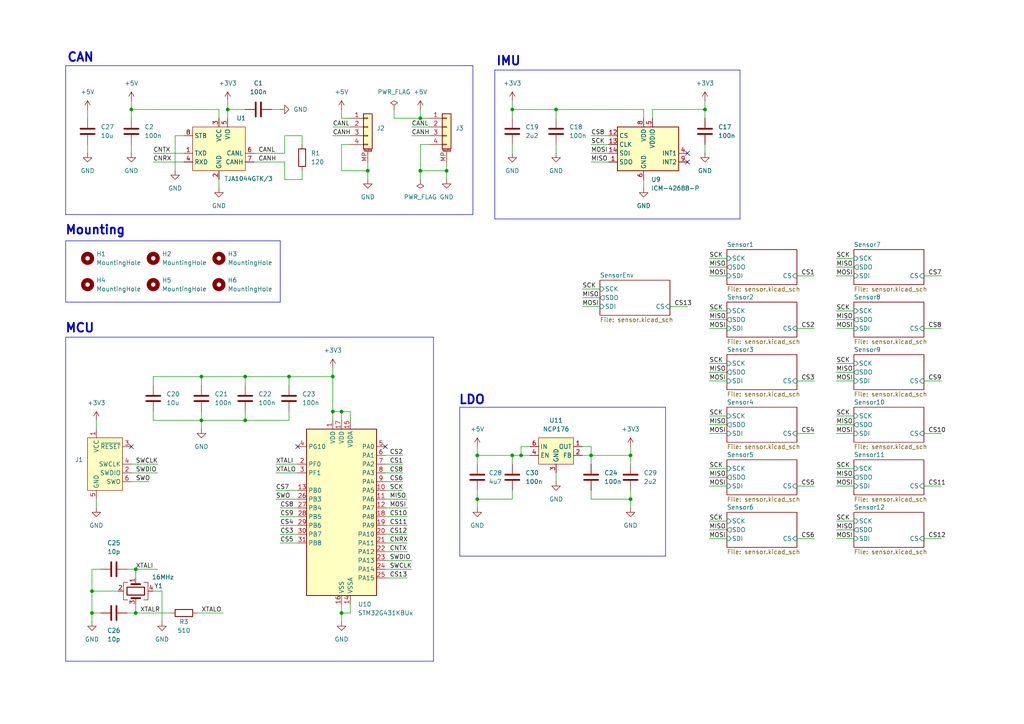
<source format=kicad_sch>
(kicad_sch (version 20231120) (generator "eeschema") (generator_version "8.0")
  (paper "A4")
  (lib_symbols
    (symbol "Connector:Conn_ARM_SWD_TagConnect_TC2030-NL" (in_bom no)
      (property "Reference" "J" (at 2.54 11.43 0))
      (property "Value" "Conn_ARM_SWD_TagConnect_TC2030-NL" (at 2.54 8.89 0))
      (symbol "Conn_ARM_SWD_TagConnect_TC2030-NL_0_0"
        (pin power_in line (at -2.54 10.16 270) (length 2.54) (name "VCC") (number "1"))
        (pin bidirectional line (at 7.62 -2.54 180) (length 2.54) (name "SWDIO") (number "2"))
        (pin open_collector line (at 7.62 5.08 180) (length 2.54) (name "~{RESET}") (number "3"))
        (pin output line (at 7.62 0 180) (length 2.54) (name "SWCLK") (number "4"))
        (pin power_in line (at -2.54 -10.16 90) (length 2.54) (name "GND") (number "5"))
        (pin input line (at 7.62 -5.08 180) (length 2.54) (name "SWO") (number "6"))
      )
    )
    (symbol "Connector_Generic_MountingPin:Conn_01x04_MountingPin" (pin_names (offset 1.016) hide)
      (property "Reference" "J" (at 0 5.08 0))
      (property "Value" "Conn_01x04_MountingPin" (at 1.27 -7.62 0))
      (symbol "Conn_01x04_MountingPin_1_1"
        (text "Mounting" (at 0 -6.731 0) (effects (font (size 0.381 0.381))))
        (pin passive line (at -5.08 2.54 0) (length 3.81) (name "Pin_1") (number "1"))
        (pin passive line (at -5.08 0 0) (length 3.81) (name "Pin_2") (number "2"))
        (pin passive line (at -5.08 -2.54 0) (length 3.81) (name "Pin_3") (number "3"))
        (pin passive line (at -5.08 -5.08 0) (length 3.81) (name "Pin_4") (number "4"))
        (pin passive line (at 0 -10.16 90) (length 3.048) (name "MountPin") (number "MP"))
      )
    )
    (symbol "Device:C" (pin_numbers hide) (pin_names (offset 0.254))
      (property "Reference" "C" (at 0.635 2.54 0))
      (property "Value" "C" (at 0.635 -2.54 0))
      (symbol "C_1_1"
        (pin passive line (at 0 3.81 270) (length 2.794) (name "~") (number "1"))
        (pin passive line (at 0 -3.81 90) (length 2.794) (name "~") (number "2"))
      )
    )
    (symbol "Device:Crystal_GND24" (pin_names (offset 1.016) hide)
      (property "Reference" "Y" (at 3.175 5.08 0))
      (property "Value" "Crystal_GND24" (at 3.175 3.175 0))
      (symbol "Crystal_GND24_1_1"
        (pin passive line (at -3.81 0 0) (length 1.27) (name "1") (number "1"))
        (pin passive line (at 0 5.08 270) (length 1.27) (name "2") (number "2"))
        (pin passive line (at 3.81 0 180) (length 1.27) (name "3") (number "3"))
        (pin passive line (at 0 -5.08 90) (length 1.27) (name "4") (number "4"))
      )
    )
    (symbol "Device:R" (pin_numbers hide) (pin_names (offset 0))
      (property "Reference" "R" (at 2.032 0 90))
      (property "Value" "R" (at 0 0 90))
      (symbol "R_1_1"
        (pin passive line (at 0 3.81 270) (length 1.27) (name "~") (number "1"))
        (pin passive line (at 0 -3.81 90) (length 1.27) (name "~") (number "2"))
      )
    )
    (symbol "GND_1" (power) (pin_numbers hide) (pin_names (offset 0) hide)
      (property "Value" "GND" (at 0 -3.81 0))
      (symbol "GND_1_1_1"
        (pin power_in line (at 0 0 270) (length 0) (name "~") (number "1"))
      )
    )
    (symbol "GND_14" (power) (pin_numbers hide) (pin_names (offset 0) hide)
      (property "Value" "GND" (at 0 -3.81 0))
      (symbol "GND_14_1_1"
        (pin power_in line (at 0 0 270) (length 0) (name "~") (number "1"))
      )
    )
    (symbol "GND_2" (power) (pin_numbers hide) (pin_names (offset 0) hide)
      (property "Value" "GND" (at 0 -3.81 0))
      (symbol "GND_2_1_1"
        (pin power_in line (at 0 0 270) (length 0) (name "~") (number "1"))
      )
    )
    (symbol "GND_3" (power) (pin_numbers hide) (pin_names (offset 0) hide)
      (property "Value" "GND" (at 0 -3.81 0))
      (symbol "GND_3_1_1"
        (pin power_in line (at 0 0 270) (length 0) (name "~") (number "1"))
      )
    )
    (symbol "GND_4" (power) (pin_numbers hide) (pin_names (offset 0) hide)
      (property "Value" "GND" (at 0 -3.81 0))
      (symbol "GND_4_1_1"
        (pin power_in line (at 0 0 270) (length 0) (name "~") (number "1"))
      )
    )
    (symbol "MCU_ST_STM32G4:STM32G431KBUx"
      (property "Reference" "U" (at -10.16 26.67 0))
      (property "Value" "STM32G431KBUx" (at 5.08 26.67 0))
      (symbol "STM32G431KBUx_1_1"
        (pin power_in line (at -2.54 27.94 270) (length 2.54) (name "VDD") (number "1"))
        (pin bidirectional line (at 12.7 7.62 180) (length 2.54) (name "PA5") (number "10"))
        (pin bidirectional line (at 12.7 5.08 180) (length 2.54) (name "PA6") (number "11"))
        (pin bidirectional line (at 12.7 2.54 180) (length 2.54) (name "PA7") (number "12"))
        (pin bidirectional line (at -12.7 7.62 0) (length 2.54) (name "PB0") (number "13"))
        (pin power_in line (at 2.54 -25.4 90) (length 2.54) (name "VSSA") (number "14"))
        (pin power_in line (at 2.54 27.94 270) (length 2.54) (name "VDDA") (number "15"))
        (pin power_in line (at 0 -25.4 90) (length 2.54) (name "VSS") (number "16"))
        (pin power_in line (at 0 27.94 270) (length 2.54) (name "VDD") (number "17"))
        (pin bidirectional line (at 12.7 0 180) (length 2.54) (name "PA8") (number "18"))
        (pin bidirectional line (at 12.7 -2.54 180) (length 2.54) (name "PA9") (number "19"))
        (pin bidirectional line (at -12.7 15.24 0) (length 2.54) (name "PF0") (number "2"))
        (pin bidirectional line (at 12.7 -5.08 180) (length 2.54) (name "PA10") (number "20"))
        (pin bidirectional line (at 12.7 -7.62 180) (length 2.54) (name "PA11") (number "21"))
        (pin bidirectional line (at 12.7 -10.16 180) (length 2.54) (name "PA12") (number "22"))
        (pin bidirectional line (at 12.7 -12.7 180) (length 2.54) (name "PA13") (number "23"))
        (pin bidirectional line (at 12.7 -15.24 180) (length 2.54) (name "PA14") (number "24"))
        (pin bidirectional line (at 12.7 -17.78 180) (length 2.54) (name "PA15") (number "25"))
        (pin bidirectional line (at -12.7 5.08 0) (length 2.54) (name "PB3") (number "26"))
        (pin bidirectional line (at -12.7 2.54 0) (length 2.54) (name "PB4") (number "27"))
        (pin bidirectional line (at -12.7 0 0) (length 2.54) (name "PB5") (number "28"))
        (pin bidirectional line (at -12.7 -2.54 0) (length 2.54) (name "PB6") (number "29"))
        (pin bidirectional line (at -12.7 12.7 0) (length 2.54) (name "PF1") (number "3"))
        (pin bidirectional line (at -12.7 -5.08 0) (length 2.54) (name "PB7") (number "30"))
        (pin bidirectional line (at -12.7 -7.62 0) (length 2.54) (name "PB8") (number "31"))
        (pin passive line (at 0 -25.4 90) (length 2.54) hide (name "VSS") (number "32"))
        (pin passive line (at 0 -25.4 90) (length 2.54) hide (name "VSS") (number "33"))
        (pin bidirectional line (at -12.7 20.32 0) (length 2.54) (name "PG10") (number "4"))
        (pin bidirectional line (at 12.7 20.32 180) (length 2.54) (name "PA0") (number "5"))
        (pin bidirectional line (at 12.7 17.78 180) (length 2.54) (name "PA1") (number "6"))
        (pin bidirectional line (at 12.7 15.24 180) (length 2.54) (name "PA2") (number "7"))
        (pin bidirectional line (at 12.7 12.7 180) (length 2.54) (name "PA3") (number "8"))
        (pin bidirectional line (at 12.7 10.16 180) (length 2.54) (name "PA4") (number "9"))
      )
    )
    (symbol "Mechanical:MountingHole" (pin_names (offset 1.016)) (exclude_from_sim yes) (in_bom no)
      (property "Reference" "H" (at 0 5.08 0))
      (property "Value" "MountingHole" (at 0 3.175 0))
    )
    (symbol "User_Symbols:ICM-42688-P"
      (property "Reference" "U" (at 1.27 1.27 0))
      (property "Value" "ICM-42688-P" (at 19.05 1.27 0))
      (symbol "ICM-42688-P_1_1"
        (pin output line (at -2.54 -10.16 0) (length 2.54) (name "SDO") (number "1"))
        (pin no_connect line (at 20.32 -3.81 180) (length 2.54) hide (name "RESV") (number "10"))
        (pin passive line (at 7.62 -15.24 90) (length 2.54) hide (name "RESV") (number "11"))
        (pin input line (at -2.54 -2.54 0) (length 2.54) (name "CS") (number "12"))
        (pin input line (at -2.54 -5.08 0) (length 2.54) (name "CLK") (number "13"))
        (pin input line (at -2.54 -7.62 0) (length 2.54) (name "SDI") (number "14"))
        (pin no_connect line (at 20.32 -1.27 180) (length 2.54) hide (name "RESV") (number "2"))
        (pin no_connect line (at 20.32 -2.54 180) (length 2.54) hide (name "RESV") (number "3"))
        (pin output line (at 20.32 -7.62 180) (length 2.54) (name "INT1") (number "4"))
        (pin power_in line (at 10.16 2.54 270) (length 2.54) (name "VDDIO") (number "5"))
        (pin power_in line (at 7.62 -15.24 90) (length 2.54) (name "GND") (number "6"))
        (pin passive line (at 7.62 -15.24 90) (length 2.54) hide (name "RESV") (number "7"))
        (pin power_in line (at 7.62 2.54 270) (length 2.54) (name "VDD") (number "8"))
        (pin output line (at 20.32 -10.16 180) (length 2.54) (name "INT2") (number "9"))
      )
    )
    (symbol "User_Symbols:NCP176"
      (property "Reference" "U" (at -4.572 4.064 0))
      (property "Value" "NCP176" (at 1.778 4.064 0))
      (symbol "NCP176_1_1"
        (pin power_out line (at 7.62 0 180) (length 2.54) (name "OUT") (number "1"))
        (pin input line (at 7.62 -2.54 180) (length 2.54) (name "FB") (number "2"))
        (pin power_in line (at 0 -7.62 90) (length 2.54) (name "GND") (number "3"))
        (pin input line (at -7.62 -2.54 0) (length 2.54) (name "EN") (number "4"))
        (pin no_connect line (at 0 5.08 270) (length 2.54) hide (name "NC") (number "5"))
        (pin power_in line (at -7.62 0 0) (length 2.54) (name "IN") (number "6"))
        (pin passive line (at 0 -7.62 90) (length 2.54) hide (name "EPAD") (number "7"))
      )
    )
    (symbol "User_Symbols:TJA1044GTK/3"
      (property "Reference" "U" (at 13.462 2.286 0))
      (property "Value" "TJA1044GTK/3" (at -2.54 2.286 0))
      (symbol "TJA1044GTK/3_1_1"
        (pin input line (at -2.54 -7.62 0) (length 2.54) (name "TXD") (number "1"))
        (pin power_in line (at 7.62 -15.24 90) (length 2.54) (name "GND") (number "2"))
        (pin power_in line (at 7.62 2.54 270) (length 2.54) (name "VCC") (number "3"))
        (pin output line (at -2.54 -10.16 0) (length 2.54) (name "RXD") (number "4"))
        (pin power_in line (at 10.16 2.54 270) (length 2.54) (name "VIO") (number "5"))
        (pin bidirectional line (at 17.78 -7.62 180) (length 2.54) (name "CANL") (number "6"))
        (pin bidirectional line (at 17.78 -10.16 180) (length 2.54) (name "CANH") (number "7"))
        (pin input line (at -2.54 -2.54 0) (length 2.54) (name "STB") (number "8"))
        (pin passive line (at 7.62 -15.24 90) (length 2.54) hide (name "EPAD") (number "9"))
      )
    )
    (symbol "VBUS_3" (power) (pin_numbers hide) (pin_names (offset 0) hide)
      (property "Value" "VBUS" (at 0 3.556 0))
      (symbol "VBUS_3_1_1"
        (pin power_in line (at 0 0 90) (length 0) (name "~") (number "1"))
      )
    )
    (symbol "power:+3V3" (power) (pin_numbers hide) (pin_names (offset 0) hide)
      (property "Value" "+3V3" (at 0 3.556 0))
      (symbol "+3V3_1_1"
        (pin power_in line (at 0 0 90) (length 0) (name "~") (number "1"))
      )
    )
    (symbol "power:+5V" (power) (pin_numbers hide) (pin_names (offset 0) hide)
      (property "Value" "+5V" (at 0 3.556 0))
      (symbol "+5V_1_1"
        (pin power_in line (at 0 0 90) (length 0) (name "~") (number "1"))
      )
    )
    (symbol "power:GND" (power) (pin_numbers hide) (pin_names (offset 0) hide)
      (property "Value" "GND" (at 0 -3.81 0))
      (symbol "GND_1_1"
        (pin power_in line (at 0 0 270) (length 0) (name "~") (number "1"))
      )
    )
    (symbol "power:PWR_FLAG" (power) (pin_numbers hide) (pin_names (offset 0) hide)
      (property "Value" "PWR_FLAG" (at 0 3.81 0))
      (symbol "PWR_FLAG_0_0"
        (pin power_out line (at 0 0 90) (length 0) (name "~") (number "1"))
      )
    )
  )
  (junction (at 151.13 132.08))
  (junction (at 39.37 165.1))
  (junction (at 58.42 109.22))
  (junction (at 39.37 177.8))
  (junction (at 71.12 109.22))
  (junction (at 83.82 109.22))
  (junction (at 99.06 119.38))
  (junction (at 26.67 171.45))
  (junction (at 182.88 132.08))
  (junction (at 138.43 132.08))
  (junction (at 121.92 34.29))
  (junction (at 38.1 31.75))
  (junction (at 161.29 31.75))
  (junction (at 204.47 31.75))
  (junction (at 71.12 121.92))
  (junction (at 148.59 31.75))
  (junction (at 26.67 177.8))
  (junction (at 96.52 109.22))
  (junction (at 148.59 132.08))
  (junction (at 58.42 121.92))
  (junction (at 171.45 132.08))
  (junction (at 182.88 144.78))
  (junction (at 138.43 144.78))
  (junction (at 106.68 49.53))
  (junction (at 66.04 31.75))
  (junction (at 96.52 119.38))
  (junction (at 99.06 177.8))
  (junction (at 121.92 49.53))
  (junction (at 129.54 49.53))
  (no_connect (at 111.76 129.54))
  (no_connect (at 199.39 44.45))
  (no_connect (at 86.36 129.54))
  (no_connect (at 38.1 129.54))
  (no_connect (at 199.39 46.99))
  (polyline (pts (xy 193.04 118.11) (xy 133.35 118.11)))
  (wire (pts (xy 58.42 121.92) (xy 58.42 124.46)))
  (wire (pts (xy 99.06 31.75) (xy 99.06 34.29)))
  (polyline (pts (xy 143.51 20.32) (xy 148.59 20.32)))
  (wire (pts (xy 111.76 167.64) (xy 118.11 167.64)))
  (wire (pts (xy 242.57 151.13) (xy 247.65 151.13)))
  (wire (pts (xy 99.06 119.38) (xy 101.6 119.38)))
  (wire (pts (xy 81.28 154.94) (xy 86.36 154.94)))
  (wire (pts (xy 39.37 177.8) (xy 49.53 177.8)))
  (wire (pts (xy 96.52 106.68) (xy 96.52 109.22)))
  (wire (pts (xy 242.57 138.43) (xy 247.65 138.43)))
  (wire (pts (xy 80.01 144.78) (xy 86.36 144.78)))
  (wire (pts (xy 121.92 52.07) (xy 121.92 49.53)))
  (polyline (pts (xy 81.28 87.63) (xy 81.28 69.85)))
  (wire (pts (xy 171.45 41.91) (xy 176.53 41.91)))
  (wire (pts (xy 87.63 39.37) (xy 87.63 41.91)))
  (wire (pts (xy 50.8 39.37) (xy 53.34 39.37)))
  (wire (pts (xy 101.6 177.8) (xy 101.6 175.26)))
  (wire (pts (xy 148.59 132.08) (xy 148.59 134.62)))
  (polyline (pts (xy 214.63 63.5) (xy 143.51 63.5)))
  (wire (pts (xy 25.4 31.75) (xy 25.4 34.29)))
  (wire (pts (xy 111.76 139.7) (xy 116.84 139.7)))
  (wire (pts (xy 83.82 109.22) (xy 83.82 111.76)))
  (wire (pts (xy 171.45 132.08) (xy 171.45 129.54)))
  (wire (pts (xy 205.74 77.47) (xy 210.82 77.47)))
  (wire (pts (xy 182.88 142.24) (xy 182.88 144.78)))
  (wire (pts (xy 205.74 110.49) (xy 210.82 110.49)))
  (wire (pts (xy 39.37 175.26) (xy 39.37 177.8)))
  (wire (pts (xy 242.57 92.71) (xy 247.65 92.71)))
  (wire (pts (xy 73.66 44.45) (xy 82.55 44.45)))
  (wire (pts (xy 182.88 144.78) (xy 182.88 147.32)))
  (polyline (pts (xy 19.05 191.77) (xy 125.73 191.77)))
  (wire (pts (xy 80.01 142.24) (xy 86.36 142.24)))
  (wire (pts (xy 57.15 177.8) (xy 64.77 177.8)))
  (wire (pts (xy 83.82 109.22) (xy 96.52 109.22)))
  (wire (pts (xy 87.63 49.53) (xy 87.63 52.07)))
  (wire (pts (xy 101.6 36.83) (xy 96.52 36.83)))
  (wire (pts (xy 99.06 177.8) (xy 101.6 177.8)))
  (wire (pts (xy 205.74 125.73) (xy 210.82 125.73)))
  (wire (pts (xy 242.57 105.41) (xy 247.65 105.41)))
  (wire (pts (xy 99.06 175.26) (xy 99.06 177.8)))
  (wire (pts (xy 81.28 149.86) (xy 86.36 149.86)))
  (polyline (pts (xy 19.05 144.78) (xy 19.05 191.77)))
  (wire (pts (xy 38.1 29.21) (xy 38.1 31.75)))
  (wire (pts (xy 44.45 121.92) (xy 58.42 121.92)))
  (wire (pts (xy 106.68 46.99) (xy 106.68 49.53)))
  (wire (pts (xy 44.45 109.22) (xy 58.42 109.22)))
  (polyline (pts (xy 137.16 19.05) (xy 19.05 19.05)))
  (wire (pts (xy 111.76 137.16) (xy 116.84 137.16)))
  (wire (pts (xy 204.47 34.29) (xy 204.47 31.75)))
  (wire (pts (xy 205.74 138.43) (xy 210.82 138.43)))
  (wire (pts (xy 124.46 36.83) (xy 119.38 36.83)))
  (wire (pts (xy 111.76 162.56) (xy 119.38 162.56)))
  (wire (pts (xy 111.76 134.62) (xy 116.84 134.62)))
  (wire (pts (xy 138.43 129.54) (xy 138.43 132.08)))
  (wire (pts (xy 148.59 29.21) (xy 148.59 31.75)))
  (wire (pts (xy 242.57 135.89) (xy 247.65 135.89)))
  (wire (pts (xy 96.52 109.22) (xy 96.52 119.38)))
  (wire (pts (xy 267.97 80.01) (xy 273.05 80.01)))
  (wire (pts (xy 111.76 152.4) (xy 118.11 152.4)))
  (wire (pts (xy 39.37 165.1) (xy 45.72 165.1)))
  (wire (pts (xy 111.76 154.94) (xy 118.11 154.94)))
  (wire (pts (xy 114.3 34.29) (xy 121.92 34.29)))
  (wire (pts (xy 111.76 142.24) (xy 116.84 142.24)))
  (wire (pts (xy 231.14 95.25) (xy 236.22 95.25)))
  (wire (pts (xy 111.76 144.78) (xy 118.11 144.78)))
  (wire (pts (xy 99.06 49.53) (xy 99.06 41.91)))
  (wire (pts (xy 129.54 49.53) (xy 129.54 52.07)))
  (wire (pts (xy 73.66 46.99) (xy 82.55 46.99)))
  (wire (pts (xy 231.14 140.97) (xy 236.22 140.97)))
  (wire (pts (xy 111.76 165.1) (xy 119.38 165.1)))
  (wire (pts (xy 38.1 137.16) (xy 45.72 137.16)))
  (polyline (pts (xy 125.73 191.77) (xy 125.73 97.79)))
  (wire (pts (xy 267.97 125.73) (xy 273.05 125.73)))
  (wire (pts (xy 205.74 92.71) (xy 210.82 92.71)))
  (wire (pts (xy 66.04 29.21) (xy 66.04 31.75)))
  (wire (pts (xy 58.42 109.22) (xy 71.12 109.22)))
  (wire (pts (xy 161.29 31.75) (xy 186.69 31.75)))
  (wire (pts (xy 168.91 132.08) (xy 171.45 132.08)))
  (wire (pts (xy 267.97 110.49) (xy 273.05 110.49)))
  (wire (pts (xy 138.43 132.08) (xy 138.43 134.62)))
  (wire (pts (xy 46.99 171.45) (xy 44.45 171.45)))
  (wire (pts (xy 148.59 31.75) (xy 148.59 34.29)))
  (wire (pts (xy 99.06 119.38) (xy 99.06 121.92)))
  (wire (pts (xy 138.43 142.24) (xy 138.43 144.78)))
  (wire (pts (xy 205.74 140.97) (xy 210.82 140.97)))
  (wire (pts (xy 26.67 171.45) (xy 34.29 171.45)))
  (wire (pts (xy 39.37 167.64) (xy 39.37 165.1)))
  (wire (pts (xy 26.67 177.8) (xy 29.21 177.8)))
  (wire (pts (xy 242.57 90.17) (xy 247.65 90.17)))
  (wire (pts (xy 242.57 110.49) (xy 247.65 110.49)))
  (wire (pts (xy 204.47 31.75) (xy 189.23 31.75)))
  (wire (pts (xy 204.47 29.21) (xy 204.47 31.75)))
  (wire (pts (xy 204.47 41.91) (xy 204.47 44.45)))
  (wire (pts (xy 168.91 86.36) (xy 173.99 86.36)))
  (wire (pts (xy 81.28 147.32) (xy 86.36 147.32)))
  (wire (pts (xy 121.92 49.53) (xy 121.92 41.91)))
  (wire (pts (xy 27.94 121.92) (xy 27.94 124.46)))
  (wire (pts (xy 46.99 171.45) (xy 46.99 180.34)))
  (wire (pts (xy 161.29 137.16) (xy 161.29 139.7)))
  (wire (pts (xy 242.57 80.01) (xy 247.65 80.01)))
  (wire (pts (xy 205.74 95.25) (xy 210.82 95.25)))
  (polyline (pts (xy 125.73 97.79) (xy 19.05 97.79)))
  (wire (pts (xy 71.12 109.22) (xy 71.12 111.76)))
  (wire (pts (xy 99.06 34.29) (xy 101.6 34.29)))
  (polyline (pts (xy 81.28 69.85) (xy 19.05 69.85)))
  (wire (pts (xy 81.28 152.4) (xy 86.36 152.4)))
  (wire (pts (xy 148.59 31.75) (xy 161.29 31.75)))
  (wire (pts (xy 242.57 123.19) (xy 247.65 123.19)))
  (wire (pts (xy 80.01 134.62) (xy 86.36 134.62)))
  (wire (pts (xy 182.88 129.54) (xy 182.88 132.08)))
  (wire (pts (xy 66.04 31.75) (xy 66.04 34.29)))
  (polyline (pts (xy 19.05 22.86) (xy 19.05 62.23)))
  (wire (pts (xy 205.74 135.89) (xy 210.82 135.89)))
  (polyline (pts (xy 19.05 72.39) (xy 19.05 87.63)))
  (wire (pts (xy 205.74 74.93) (xy 210.82 74.93)))
  (wire (pts (xy 114.3 31.75) (xy 114.3 34.29)))
  (wire (pts (xy 71.12 109.22) (xy 83.82 109.22)))
  (wire (pts (xy 27.94 144.78) (xy 27.94 147.32)))
  (wire (pts (xy 186.69 52.07) (xy 186.69 54.61)))
  (wire (pts (xy 44.45 111.76) (xy 44.45 109.22)))
  (wire (pts (xy 267.97 140.97) (xy 273.05 140.97)))
  (wire (pts (xy 78.74 31.75) (xy 81.28 31.75)))
  (polyline (pts (xy 137.16 62.23) (xy 137.16 19.05)))
  (wire (pts (xy 153.67 132.08) (xy 151.13 132.08)))
  (wire (pts (xy 44.45 44.45) (xy 53.34 44.45)))
  (wire (pts (xy 80.01 137.16) (xy 86.36 137.16)))
  (wire (pts (xy 25.4 41.91) (xy 25.4 44.45)))
  (wire (pts (xy 38.1 31.75) (xy 63.5 31.75)))
  (wire (pts (xy 151.13 129.54) (xy 153.67 129.54)))
  (wire (pts (xy 242.57 95.25) (xy 247.65 95.25)))
  (wire (pts (xy 96.52 119.38) (xy 96.52 121.92)))
  (wire (pts (xy 129.54 49.53) (xy 121.92 49.53)))
  (wire (pts (xy 26.67 165.1) (xy 29.21 165.1)))
  (wire (pts (xy 242.57 107.95) (xy 247.65 107.95)))
  (wire (pts (xy 231.14 110.49) (xy 236.22 110.49)))
  (wire (pts (xy 148.59 144.78) (xy 148.59 142.24)))
  (wire (pts (xy 111.76 160.02) (xy 118.11 160.02)))
  (wire (pts (xy 242.57 120.65) (xy 247.65 120.65)))
  (wire (pts (xy 81.28 157.48) (xy 86.36 157.48)))
  (wire (pts (xy 205.74 120.65) (xy 210.82 120.65)))
  (wire (pts (xy 44.45 46.99) (xy 53.34 46.99)))
  (wire (pts (xy 96.52 119.38) (xy 99.06 119.38)))
  (wire (pts (xy 148.59 132.08) (xy 138.43 132.08)))
  (wire (pts (xy 168.91 83.82) (xy 173.99 83.82)))
  (wire (pts (xy 231.14 125.73) (xy 236.22 125.73)))
  (wire (pts (xy 38.1 34.29) (xy 38.1 31.75)))
  (wire (pts (xy 111.76 149.86) (xy 118.11 149.86)))
  (polyline (pts (xy 19.05 87.63) (xy 81.28 87.63)))
  (wire (pts (xy 38.1 41.91) (xy 38.1 44.45)))
  (polyline (pts (xy 143.51 63.5) (xy 143.51 20.32)))
  (wire (pts (xy 101.6 119.38) (xy 101.6 121.92)))
  (wire (pts (xy 58.42 109.22) (xy 58.42 111.76)))
  (wire (pts (xy 83.82 121.92) (xy 83.82 119.38)))
  (polyline (pts (xy 133.35 118.11) (xy 133.35 161.29)))
  (wire (pts (xy 151.13 132.08) (xy 151.13 129.54)))
  (wire (pts (xy 171.45 44.45) (xy 176.53 44.45)))
  (wire (pts (xy 121.92 31.75) (xy 121.92 34.29)))
  (wire (pts (xy 171.45 39.37) (xy 176.53 39.37)))
  (wire (pts (xy 242.57 153.67) (xy 247.65 153.67)))
  (wire (pts (xy 171.45 132.08) (xy 171.45 134.62)))
  (wire (pts (xy 231.14 156.21) (xy 236.22 156.21)))
  (wire (pts (xy 138.43 144.78) (xy 138.43 147.32)))
  (polyline (pts (xy 19.05 62.23) (xy 137.16 62.23)))
  (wire (pts (xy 171.45 132.08) (xy 182.88 132.08)))
  (wire (pts (xy 205.74 107.95) (xy 210.82 107.95)))
  (wire (pts (xy 26.67 171.45) (xy 26.67 165.1)))
  (polyline (pts (xy 19.05 97.79) (xy 19.05 144.78)))
  (wire (pts (xy 111.76 132.08) (xy 116.84 132.08)))
  (wire (pts (xy 182.88 144.78) (xy 171.45 144.78)))
  (wire (pts (xy 99.06 177.8) (xy 99.06 180.34)))
  (wire (pts (xy 111.76 147.32) (xy 118.11 147.32)))
  (wire (pts (xy 161.29 41.91) (xy 161.29 44.45)))
  (wire (pts (xy 205.74 80.01) (xy 210.82 80.01)))
  (wire (pts (xy 267.97 95.25) (xy 273.05 95.25)))
  (wire (pts (xy 119.38 39.37) (xy 124.46 39.37)))
  (wire (pts (xy 121.92 41.91) (xy 124.46 41.91)))
  (wire (pts (xy 87.63 52.07) (xy 82.55 52.07)))
  (wire (pts (xy 82.55 39.37) (xy 87.63 39.37)))
  (wire (pts (xy 129.54 46.99) (xy 129.54 49.53)))
  (wire (pts (xy 242.57 125.73) (xy 247.65 125.73)))
  (wire (pts (xy 38.1 134.62) (xy 45.72 134.62)))
  (wire (pts (xy 111.76 157.48) (xy 118.11 157.48)))
  (wire (pts (xy 205.74 123.19) (xy 210.82 123.19)))
  (polyline (pts (xy 19.05 69.85) (xy 19.05 72.39)))
  (wire (pts (xy 168.91 88.9) (xy 173.99 88.9)))
  (wire (pts (xy 71.12 121.92) (xy 83.82 121.92)))
  (wire (pts (xy 106.68 49.53) (xy 99.06 49.53)))
  (wire (pts (xy 205.74 105.41) (xy 210.82 105.41)))
  (polyline (pts (xy 148.59 20.32) (xy 214.63 20.32)))
  (wire (pts (xy 71.12 121.92) (xy 71.12 119.38)))
  (wire (pts (xy 186.69 31.75) (xy 186.69 34.29)))
  (wire (pts (xy 242.57 140.97) (xy 247.65 140.97)))
  (wire (pts (xy 26.67 180.34) (xy 26.67 177.8)))
  (wire (pts (xy 171.45 144.78) (xy 171.45 142.24)))
  (wire (pts (xy 58.42 119.38) (xy 58.42 121.92)))
  (wire (pts (xy 151.13 132.08) (xy 148.59 132.08)))
  (wire (pts (xy 205.74 151.13) (xy 210.82 151.13)))
  (polyline (pts (xy 133.35 161.29) (xy 193.04 161.29)))
  (polyline (pts (xy 214.63 20.32) (xy 214.63 63.5)))
  (wire (pts (xy 242.57 74.93) (xy 247.65 74.93)))
  (wire (pts (xy 99.06 41.91) (xy 101.6 41.91)))
  (wire (pts (xy 121.92 34.29) (xy 124.46 34.29)))
  (wire (pts (xy 161.29 31.75) (xy 161.29 34.29)))
  (wire (pts (xy 231.14 80.01) (xy 236.22 80.01)))
  (wire (pts (xy 96.52 39.37) (xy 101.6 39.37)))
  (wire (pts (xy 66.04 31.75) (xy 71.12 31.75)))
  (wire (pts (xy 39.37 165.1) (xy 36.83 165.1)))
  (wire (pts (xy 242.57 77.47) (xy 247.65 77.47)))
  (wire (pts (xy 189.23 31.75) (xy 189.23 34.29)))
  (wire (pts (xy 58.42 121.92) (xy 71.12 121.92)))
  (wire (pts (xy 39.37 177.8) (xy 36.83 177.8)))
  (wire (pts (xy 38.1 139.7) (xy 43.18 139.7)))
  (wire (pts (xy 205.74 153.67) (xy 210.82 153.67)))
  (wire (pts (xy 182.88 134.62) (xy 182.88 132.08)))
  (wire (pts (xy 205.74 90.17) (xy 210.82 90.17)))
  (wire (pts (xy 171.45 129.54) (xy 168.91 129.54)))
  (wire (pts (xy 63.5 52.07) (xy 63.5 54.61)))
  (wire (pts (xy 267.97 156.21) (xy 273.05 156.21)))
  (wire (pts (xy 63.5 31.75) (xy 63.5 34.29)))
  (wire (pts (xy 138.43 144.78) (xy 148.59 144.78)))
  (wire (pts (xy 44.45 119.38) (xy 44.45 121.92)))
  (wire (pts (xy 50.8 49.53) (xy 50.8 39.37)))
  (wire (pts (xy 194.31 88.9) (xy 199.39 88.9)))
  (wire (pts (xy 82.55 44.45) (xy 82.55 39.37)))
  (wire (pts (xy 205.74 156.21) (xy 210.82 156.21)))
  (polyline (pts (xy 19.05 19.05) (xy 19.05 22.86)))
  (wire (pts (xy 171.45 46.99) (xy 176.53 46.99)))
  (wire (pts (xy 26.67 177.8) (xy 26.67 171.45)))
  (wire (pts (xy 242.57 156.21) (xy 247.65 156.21)))
  (wire (pts (xy 148.59 41.91) (xy 148.59 44.45)))
  (polyline (pts (xy 193.04 161.29) (xy 193.04 118.11)))
  (wire (pts (xy 106.68 49.53) (xy 106.68 52.07)))
  (wire (pts (xy 82.55 52.07) (xy 82.55 46.99)))
  (text "Mounting" (at 18.796 68.326 0) (effects (font (size 2.54 2.54) (thickness 0.508) (bold yes)) (justify left bottom)))
  (text "LDO" (at 136.906 116.078 0) (effects (font (size 2.54 2.54) (thickness 0.508) (bold yes))))
  (text "MCU" (at 18.796 96.774 0) (effects (font (size 2.54 2.54) (thickness 0.508) (bold yes)) (justify left bottom)))
  (text "CAN" (at 23.368 16.764 0) (effects (font (size 2.54 2.54) (thickness 0.508) (bold yes))))
  (text "IMU" (at 143.764 19.304 0) (effects (font (size 2.54 2.54) (thickness 0.508) (bold yes)) (justify left bottom)))
  (label "CS7" (at 269.24 80.01 0))
  (label "MISO" (at 205.74 92.71 0))
  (label "SCK" (at 171.45 41.91 0))
  (label "CS6" (at 113.03 139.7 0))
  (label "CANL" (at 119.38 36.83 0))
  (label "SWDIO" (at 113.03 162.56 0))
  (label "MOSI" (at 205.74 125.73 0))
  (label "XTALI" (at 80.01 134.62 0))
  (label "MISO" (at 168.91 86.36 0))
  (label "MISO" (at 242.57 153.67 0))
  (label "CANL" (at 96.52 36.83 0))
  (label "SCK" (at 242.57 74.93 0))
  (label "XTALR" (at 40.64 177.8 0))
  (label "CS12" (at 269.24 156.21 0))
  (label "MISO" (at 205.74 153.67 0))
  (label "MOSI" (at 242.57 80.01 0))
  (label "MOSI" (at 205.74 140.97 0))
  (label "SCK" (at 205.74 74.93 0))
  (label "SCK" (at 205.74 120.65 0))
  (label "CS9" (at 81.28 149.86 0))
  (label "CNTX" (at 44.45 44.45 0))
  (label "CANH" (at 119.38 39.37 0))
  (label "MISO" (at 205.74 77.47 0))
  (label "CS2" (at 232.41 95.25 0))
  (label "CANH" (at 74.93 46.99 0))
  (label "MISO" (at 171.45 46.99 0))
  (label "SWO" (at 39.37 139.7 0))
  (label "SCK" (at 242.57 90.17 0))
  (label "XTALO" (at 80.01 137.16 0))
  (label "CS5" (at 81.28 157.48 0))
  (label "SWCLK" (at 39.37 134.62 0))
  (label "CS8" (at 81.28 147.32 0))
  (label "SWO" (at 80.01 144.78 0))
  (label "CNTX" (at 113.03 160.02 0))
  (label "SCK" (at 205.74 135.89 0))
  (label "CS7" (at 80.01 142.24 0))
  (label "MOSI" (at 242.57 156.21 0))
  (label "MISO" (at 113.03 144.78 0))
  (label "MISO" (at 242.57 77.47 0))
  (label "SCK" (at 242.57 135.89 0))
  (label "CS8" (at 269.24 95.25 0))
  (label "SCK" (at 205.74 90.17 0))
  (label "CNRX" (at 113.03 157.48 0))
  (label "MOSI" (at 205.74 156.21 0))
  (label "SCK" (at 242.57 151.13 0))
  (label "CS12" (at 113.03 154.94 0))
  (label "CS6" (at 232.41 156.21 0))
  (label "CS8" (at 113.03 137.16 0))
  (label "SCK" (at 205.74 151.13 0))
  (label "MOSI" (at 205.74 80.01 0))
  (label "CS3" (at 81.28 154.94 0))
  (label "CS1" (at 232.41 80.01 0))
  (label "SWCLK" (at 113.03 165.1 0))
  (label "CS5" (at 232.41 140.97 0))
  (label "SCK" (at 242.57 105.41 0))
  (label "MOSI" (at 242.57 125.73 0))
  (label "CANL" (at 74.93 44.45 0))
  (label "CS8" (at 171.45 39.37 0))
  (label "MOSI" (at 168.91 88.9 0))
  (label "SWDIO" (at 39.37 137.16 0))
  (label "CS3" (at 232.41 110.49 0))
  (label "SCK" (at 242.57 120.65 0))
  (label "CS4" (at 232.41 125.73 0))
  (label "XTALI" (at 39.37 165.1 0))
  (label "CS2" (at 113.03 132.08 0))
  (label "MISO" (at 205.74 107.95 0))
  (label "CS4" (at 81.28 152.4 0))
  (label "CANH" (at 96.52 39.37 0))
  (label "MOSI" (at 205.74 110.49 0))
  (label "XTALO" (at 58.42 177.8 0))
  (label "CS10" (at 113.03 149.86 0))
  (label "CNRX" (at 44.45 46.99 0))
  (label "CS11" (at 269.24 140.97 0))
  (label "MISO" (at 205.74 123.19 0))
  (label "MISO" (at 242.57 107.95 0))
  (label "SCK" (at 168.91 83.82 0))
  (label "MISO" (at 205.74 138.43 0))
  (label "CS10" (at 269.24 125.73 0))
  (label "CS13" (at 195.58 88.9 0))
  (label "MISO" (at 242.57 92.71 0))
  (label "MISO" (at 242.57 138.43 0))
  (label "MOSI" (at 242.57 140.97 0))
  (label "CS11" (at 113.03 152.4 0))
  (label "CS13" (at 113.03 167.64 0))
  (label "MOSI" (at 171.45 44.45 0))
  (label "SCK" (at 113.03 142.24 0))
  (label "CS1" (at 113.03 134.62 0))
  (label "MOSI" (at 242.57 110.49 0))
  (label "CS9" (at 269.24 110.49 0))
  (label "MISO" (at 242.57 123.19 0))
  (label "MOSI" (at 113.03 147.32 0))
  (label "MOSI" (at 242.57 95.25 0))
  (label "MOSI" (at 205.74 95.25 0))
  (label "SCK" (at 205.74 105.41 0))
  (symbol (lib_id "Mechanical:MountingHole") (at 25.4 74.93 0) (unit 1) (exclude_from_sim yes) (in_bom no)
    (property "Reference" "H1" (at 27.94 73.6599 0) (effects (justify left)))
    (property "Value" "MountingHole" (at 27.94 76.1999 0) (effects (justify left)))
    (property "Footprint" "MountingHole:MountingHole_3.2mm_M3" (effects (hide yes)))
    (property "Description" "Mounting Hole without connection" (effects (hide yes)))
  )
  (symbol (lib_id "power:PWR_FLAG") (at 121.92 52.07 180) (unit 1)
    (property "Reference" "#FLG02" (effects (hide yes)))
    (property "Value" "PWR_FLAG" (at 121.92 57.15 0))
    (property "Description" "Special symbol for telling ERC where power comes from" (effects (hide yes)))
  )
  (symbol (lib_id "Device:C") (at 138.43 138.43 0) (unit 1)
    (property "Reference" "C28" (at 141.732 137.16 0) (effects (justify left)))
    (property "Value" "4u7" (at 141.732 139.7 0) (effects (justify left)))
    (property "Footprint" "Capacitor_SMD:C_0402_1005Metric" (effects (hide yes)))
    (property "Description" "Unpolarized capacitor" (effects (hide yes)))
    (property "LCSC" "C23733" (effects (hide yes)))
  )
  (symbol (lib_id "Device:C") (at 25.4 38.1 0) (unit 1)
    (property "Reference" "C27" (at 29.21 36.8299 0) (effects (justify left)))
    (property "Value" "10u" (at 29.21 39.3699 0) (effects (justify left)))
    (property "Footprint" "Capacitor_SMD:C_0603_1608Metric" (effects (hide yes)))
    (property "Description" "Unpolarized capacitor" (effects (hide yes)))
    (property "LCSC" "C19702" (effects (hide yes)))
  )
  (symbol (lib_id "Device:C") (at 83.82 115.57 0) (unit 1)
    (property "Reference" "C23" (at 87.63 114.2999 0) (effects (justify left)))
    (property "Value" "100n" (at 87.63 116.8399 0) (effects (justify left)))
    (property "Footprint" "Capacitor_SMD:C_0402_1005Metric" (effects (hide yes)))
    (property "Description" "Unpolarized capacitor" (effects (hide yes)))
    (property "LCSC" "C1525" (effects (hide yes)))
  )
  (symbol (lib_id "Device:R") (at 53.34 177.8 90) (unit 1)
    (property "Reference" "R3" (at 53.34 180.34 90))
    (property "Value" "510" (at 53.34 182.88 90))
    (property "Footprint" "Resistor_SMD:R_0402_1005Metric" (effects (hide yes)))
    (property "LCSC" "C25123" (effects (hide yes)))
  )
  (symbol (lib_id "power:GND") (at 25.4 44.45 0) (unit 1)
    (property "Reference" "#PWR052" (effects (hide yes)))
    (property "Value" "GND" (at 25.4 49.53 0))
    (property "Description" "Power symbol creates a global label with name \"GND\" , ground" (effects (hide yes)))
  )
  (symbol (lib_name "GND_2") (lib_id "power:GND") (at 99.06 180.34 0) (unit 1)
    (property "Reference" "#PWR051" (effects (hide yes)))
    (property "Value" "GND" (at 99.06 185.42 0))
    (property "Description" "Power symbol creates a global label with name \"GND\" , ground" (effects (hide yes)))
  )
  (symbol (lib_id "power:+3V3") (at 204.47 29.21 0) (unit 1)
    (property "Reference" "#PWR042" (effects (hide yes)))
    (property "Value" "+3V3" (at 204.47 24.13 0))
    (property "Description" "Power symbol creates a global label with name \"+3V3\"" (effects (hide yes)))
  )
  (symbol (lib_id "power:GND") (at 204.47 44.45 0) (unit 1)
    (property "Reference" "#PWR041" (effects (hide yes)))
    (property "Value" "GND" (at 204.47 49.53 0))
    (property "Description" "Power symbol creates a global label with name \"GND\" , ground" (effects (hide yes)))
  )
  (symbol (lib_name "GND_1") (lib_id "power:GND") (at 27.94 147.32 0) (unit 1)
    (property "Reference" "#PWR047" (effects (hide yes)))
    (property "Value" "GND" (at 27.94 152.4 0))
    (property "Description" "Power symbol creates a global label with name \"GND\" , ground" (effects (hide yes)))
  )
  (symbol (lib_id "power:GND") (at 186.69 54.61 0) (unit 1)
    (property "Reference" "#PWR037" (effects (hide yes)))
    (property "Value" "GND" (at 186.69 59.69 0))
    (property "Description" "Power symbol creates a global label with name \"GND\" , ground" (effects (hide yes)))
  )
  (symbol (lib_id "power:+5V") (at 138.43 129.54 0) (unit 1)
    (property "Reference" "#PWR054" (effects (hide yes)))
    (property "Value" "+5V" (at 138.43 124.46 0))
    (property "Description" "Power symbol creates a global label with name \"+5V\"" (effects (hide yes)))
  )
  (symbol (lib_id "power:GND") (at 182.88 147.32 0) (unit 1)
    (property "Reference" "#PWR058" (effects (hide yes)))
    (property "Value" "GND" (at 182.88 152.4 0))
    (property "Description" "Power symbol creates a global label with name \"GND\" , ground" (effects (hide yes)))
  )
  (symbol (lib_id "power:+3V3") (at 27.94 121.92 0) (unit 1)
    (property "Reference" "#PWR044" (effects (hide yes)))
    (property "Value" "+3V3" (at 27.94 116.84 0))
    (property "Description" "Power symbol creates a global label with name \"+3V3\"" (effects (hide yes)))
  )
  (symbol (lib_id "Device:C") (at 38.1 38.1 180) (unit 1)
    (property "Reference" "C2" (at 41.91 36.8299 0) (effects (justify right)))
    (property "Value" "100n" (at 41.91 39.3699 0) (effects (justify right)))
    (property "Footprint" "Capacitor_SMD:C_0402_1005Metric" (effects (hide yes)))
    (property "Description" "Unpolarized capacitor" (effects (hide yes)))
    (property "LCSC" "C1525" (effects (hide yes)))
  )
  (symbol (lib_id "power:+3V3") (at 66.04 29.21 0) (unit 1)
    (property "Reference" "#PWR02" (effects (hide yes)))
    (property "Value" "+3V3" (at 66.04 24.13 0))
    (property "Description" "Power symbol creates a global label with name \"+3V3\"" (effects (hide yes)))
  )
  (symbol (lib_id "power:GND") (at 161.29 139.7 0) (unit 1)
    (property "Reference" "#PWR056" (effects (hide yes)))
    (property "Value" "GND" (at 161.29 144.78 0))
    (property "Description" "Power symbol creates a global label with name \"GND\" , ground" (effects (hide yes)))
  )
  (symbol (lib_id "Device:C") (at 71.12 115.57 0) (unit 1)
    (property "Reference" "C22" (at 74.93 114.2999 0) (effects (justify left)))
    (property "Value" "100n" (at 74.93 116.8399 0) (effects (justify left)))
    (property "Footprint" "Capacitor_SMD:C_0402_1005Metric" (effects (hide yes)))
    (property "Description" "Unpolarized capacitor" (effects (hide yes)))
    (property "LCSC" "C1525" (effects (hide yes)))
  )
  (symbol (lib_id "power:+3V3") (at 148.59 29.21 0) (unit 1)
    (property "Reference" "#PWR040" (effects (hide yes)))
    (property "Value" "+3V3" (at 148.59 24.13 0))
    (property "Description" "Power symbol creates a global label with name \"+3V3\"" (effects (hide yes)))
  )
  (symbol (lib_id "Mechanical:MountingHole") (at 44.45 74.93 0) (unit 1) (exclude_from_sim yes) (in_bom no)
    (property "Reference" "H2" (at 46.99 73.6599 0) (effects (justify left)))
    (property "Value" "MountingHole" (at 46.99 76.1999 0) (effects (justify left)))
    (property "Footprint" "MountingHole:MountingHole_3.2mm_M3" (effects (hide yes)))
    (property "Description" "Mounting Hole without connection" (effects (hide yes)))
  )
  (symbol (lib_id "Device:C") (at 148.59 138.43 0) (unit 1)
    (property "Reference" "C30" (at 152.4 137.1599 0) (effects (justify left)))
    (property "Value" "100n" (at 152.4 139.6999 0) (effects (justify left)))
    (property "Footprint" "Capacitor_SMD:C_0402_1005Metric" (effects (hide yes)))
    (property "Description" "Unpolarized capacitor" (effects (hide yes)))
    (property "LCSC" "C1525" (effects (hide yes)))
  )
  (symbol (lib_name "GND_14") (lib_id "power:GND") (at 26.67 180.34 0) (unit 1)
    (property "Reference" "#PWR049" (effects (hide yes)))
    (property "Value" "GND" (at 26.67 185.42 0))
    (property "Description" "Power symbol creates a global label with name \"GND\" , ground" (effects (hide yes)))
  )
  (symbol (lib_id "Device:C") (at 58.42 115.57 0) (unit 1)
    (property "Reference" "C21" (at 62.23 114.2999 0) (effects (justify left)))
    (property "Value" "100n" (at 62.23 116.8399 0) (effects (justify left)))
    (property "Footprint" "Capacitor_SMD:C_0402_1005Metric" (effects (hide yes)))
    (property "Description" "Unpolarized capacitor" (effects (hide yes)))
    (property "LCSC" "C1525" (effects (hide yes)))
  )
  (symbol (lib_id "MCU_ST_STM32G4:STM32G431KBUx") (at 99.06 149.86 0) (unit 1)
    (property "Reference" "U10" (at 103.7941 175.26 0) (effects (justify left)))
    (property "Value" "STM32G431KBUx" (at 103.7941 177.8 0) (effects (justify left)))
    (property "Footprint" "Package_DFN_QFN:QFN-32-1EP_5x5mm_P0.5mm_EP3.45x3.45mm" (effects (hide yes)))
    (property "Datasheet" "https://www.st.com/resource/en/datasheet/stm32g431kb.pdf" (effects (hide yes)))
    (property "Description" "STMicroelectronics Arm Cortex-M4 MCU, 128KB flash, 32KB RAM, 170 MHz, 1.71-3.6V, 26 GPIO, UFQFPN32" (effects (hide yes)))
    (property "LCSC" "C1341901" (effects (hide yes)))
  )
  (symbol (lib_id "power:GND") (at 81.28 31.75 90) (unit 1)
    (property "Reference" "#PWR03" (effects (hide yes)))
    (property "Value" "GND" (at 85.09 31.7499 90) (effects (justify right)))
    (property "Description" "Power symbol creates a global label with name \"GND\" , ground" (effects (hide yes)))
  )
  (symbol (lib_id "Device:C") (at 74.93 31.75 90) (unit 1)
    (property "Reference" "C1" (at 74.93 24.13 90))
    (property "Value" "100n" (at 74.93 26.67 90))
    (property "Footprint" "Capacitor_SMD:C_0402_1005Metric" (effects (hide yes)))
    (property "Description" "Unpolarized capacitor" (effects (hide yes)))
    (property "LCSC" "C1525" (effects (hide yes)))
  )
  (symbol (lib_id "Device:C") (at 33.02 177.8 90) (unit 1)
    (property "Reference" "C26" (at 33.02 182.88 90))
    (property "Value" "10p" (at 33.02 185.42 90))
    (property "Footprint" "Capacitor_SMD:C_0402_1005Metric" (effects (hide yes)))
    (property "LCSC" "C32949" (effects (hide yes)))
  )
  (symbol (lib_id "Mechanical:MountingHole") (at 63.5 74.93 0) (unit 1) (exclude_from_sim yes) (in_bom no)
    (property "Reference" "H3" (at 66.04 73.6599 0) (effects (justify left)))
    (property "Value" "MountingHole" (at 66.04 76.1999 0) (effects (justify left)))
    (property "Footprint" "MountingHole:MountingHole_3.2mm_M3" (effects (hide yes)))
    (property "Description" "Mounting Hole without connection" (effects (hide yes)))
  )
  (symbol (lib_id "User_Symbols:TJA1044GTK/3") (at 55.88 36.83 0) (unit 1)
    (property "Reference" "U1" (at 68.58 34.29 0) (effects (justify left)))
    (property "Value" "TJA1044GTK/3" (at 65.024 51.816 0) (effects (justify left)))
    (property "Footprint" "Package_SON:HVSON-8-1EP_3x3mm_P0.65mm_EP1.6x2.4mm" (effects (hide yes)))
    (property "Datasheet" "https://www.nxp.com/docs/en/data-sheet/TJA1044.pdf" (effects (hide yes)))
    (property "Description" "High Speed CAN Transceiver" (effects (hide yes)))
    (property "LCSC" "C2157795" (effects (hide yes)))
  )
  (symbol (lib_id "Connector_Generic_MountingPin:Conn_01x04_MountingPin") (at 129.54 36.83 0) (unit 1)
    (property "Reference" "J3" (at 132.08 37.1855 0) (effects (justify left)))
    (property "Value" "Conn_01x04_MountingPin" (effects (hide yes)))
    (property "Footprint" "Connector_JST:JST_SH_SM04B-SRSS-TB_1x04-1MP_P1.00mm_Horizontal" (effects (hide yes)))
    (property "Description" "Generic connectable mounting pin connector, single row, 01x04, script generated (kicad-library-utils/schlib/autogen/connector/)" (effects (hide yes)))
    (property "LCSC" "C160404" (effects (hide yes)))
  )
  (symbol (lib_name "GND_3") (lib_id "power:GND") (at 58.42 124.46 0) (unit 1)
    (property "Reference" "#PWR045" (effects (hide yes)))
    (property "Value" "GND" (at 58.42 129.54 0))
    (property "Description" "Power symbol creates a global label with name \"GND\" , ground" (effects (hide yes)))
  )
  (symbol (lib_id "power:GND") (at 138.43 147.32 0) (unit 1)
    (property "Reference" "#PWR057" (effects (hide yes)))
    (property "Value" "GND" (at 138.43 152.4 0))
    (property "Description" "Power symbol creates a global label with name \"GND\" , ground" (effects (hide yes)))
  )
  (symbol (lib_id "Mechanical:MountingHole") (at 25.4 82.55 0) (unit 1) (exclude_from_sim yes) (in_bom no)
    (property "Reference" "H4" (at 27.94 81.2799 0) (effects (justify left)))
    (property "Value" "MountingHole" (at 27.94 83.8199 0) (effects (justify left)))
    (property "Footprint" "MountingHole:MountingHole_3.2mm_M3" (effects (hide yes)))
    (property "Description" "Mounting Hole without connection" (effects (hide yes)))
  )
  (symbol (lib_id "power:GND") (at 148.59 44.45 0) (unit 1)
    (property "Reference" "#PWR038" (effects (hide yes)))
    (property "Value" "GND" (at 148.59 49.53 0))
    (property "Description" "Power symbol creates a global label with name \"GND\" , ground" (effects (hide yes)))
  )
  (symbol (lib_id "Device:C") (at 33.02 165.1 90) (unit 1)
    (property "Reference" "C25" (at 33.02 157.48 90))
    (property "Value" "10p" (at 33.02 160.02 90))
    (property "Footprint" "Capacitor_SMD:C_0402_1005Metric" (effects (hide yes)))
    (property "LCSC" "C32949" (effects (hide yes)))
  )
  (symbol (lib_id "power:+5V") (at 99.06 31.75 0) (unit 1)
    (property "Reference" "#PWR06" (effects (hide yes)))
    (property "Value" "+5V" (at 99.06 26.67 0))
    (property "Description" "Power symbol creates a global label with name \"+5V\"" (effects (hide yes)))
  )
  (symbol (lib_id "power:+5V") (at 121.92 31.75 0) (unit 1)
    (property "Reference" "#PWR059" (effects (hide yes)))
    (property "Value" "+5V" (at 121.92 26.67 0))
    (property "Description" "Power symbol creates a global label with name \"+5V\"" (effects (hide yes)))
  )
  (symbol (lib_id "Device:C") (at 182.88 138.43 0) (unit 1)
    (property "Reference" "C29" (at 186.69 137.1599 0) (effects (justify left)))
    (property "Value" "2u2" (at 186.69 139.6999 0) (effects (justify left)))
    (property "Footprint" "Capacitor_SMD:C_0402_1005Metric" (effects (hide yes)))
    (property "Description" "Unpolarized capacitor" (effects (hide yes)))
    (property "LCSC" "C12530" (effects (hide yes)))
  )
  (symbol (lib_id "power:GND") (at 129.54 52.07 0) (unit 1)
    (property "Reference" "#PWR060" (effects (hide yes)))
    (property "Value" "GND" (at 129.54 57.15 0))
    (property "Description" "Power symbol creates a global label with name \"GND\" , ground" (effects (hide yes)))
  )
  (symbol (lib_id "Device:Crystal_GND24") (at 39.37 171.45 90) (mirror x) (unit 1)
    (property "Reference" "Y1" (at 45.974 169.926 90))
    (property "Value" "16MHz" (at 47.244 167.386 90))
    (property "Footprint" "Crystal:Crystal_SMD_3225-4Pin_3.2x2.5mm" (effects (hide yes)))
    (property "LCSC" "C13738" (effects (hide yes)))
  )
  (symbol (lib_id "power:GND") (at 63.5 54.61 0) (unit 1)
    (property "Reference" "#PWR08" (effects (hide yes)))
    (property "Value" "GND" (at 63.5 59.69 0))
    (property "Description" "Power symbol creates a global label with name \"GND\" , ground" (effects (hide yes)))
  )
  (symbol (lib_id "Device:C") (at 161.29 38.1 0) (unit 1)
    (property "Reference" "C18" (at 165.1 36.8299 0) (effects (justify left)))
    (property "Value" "100n" (at 165.1 39.3699 0) (effects (justify left)))
    (property "Footprint" "Capacitor_SMD:C_0402_1005Metric" (effects (hide yes)))
    (property "Description" "Unpolarized capacitor" (effects (hide yes)))
    (property "LCSC" "C1525" (effects (hide yes)))
  )
  (symbol (lib_id "Device:C") (at 44.45 115.57 0) (unit 1)
    (property "Reference" "C20" (at 48.26 114.2999 0) (effects (justify left)))
    (property "Value" "10u" (at 48.26 116.8399 0) (effects (justify left)))
    (property "Footprint" "Capacitor_SMD:C_0402_1005Metric" (effects (hide yes)))
    (property "Description" "Unpolarized capacitor" (effects (hide yes)))
    (property "LCSC" "C15525" (effects (hide yes)))
  )
  (symbol (lib_id "User_Symbols:ICM-42688-P") (at 179.07 36.83 0) (unit 1)
    (property "Reference" "U9" (at 188.8841 52.07 0) (effects (justify left)))
    (property "Value" "ICM-42688-P" (at 188.8841 54.61 0) (effects (justify left)))
    (property "Footprint" "Package_LGA:LGA-14_3x2.5mm_P0.5mm_LayoutBorder3x4y" (effects (hide yes)))
    (property "Datasheet" "https://wmsc.lcsc.com/wmsc/upload/file/pdf/v2/lcsc/2108030230_TDK-InvenSense-ICM-42688-P_C1850418.pdf" (effects (hide yes)))
    (property "Description" "IMU Gyroscope" (effects (hide yes)))
    (property "LCSC" "C1850418" (effects (hide yes)))
  )
  (symbol (lib_id "power:GND") (at 50.8 49.53 0) (unit 1)
    (property "Reference" "#PWR05" (effects (hide yes)))
    (property "Value" "GND" (at 50.8 54.61 0))
    (property "Description" "Power symbol creates a global label with name \"GND\" , ground" (effects (hide yes)))
  )
  (symbol (lib_id "power:+3V3") (at 96.52 106.68 0) (unit 1)
    (property "Reference" "#PWR043" (effects (hide yes)))
    (property "Value" "+3V3" (at 96.52 101.6 0))
    (property "Description" "Power symbol creates a global label with name \"+3V3\"" (effects (hide yes)))
  )
  (symbol (lib_name "GND_4") (lib_id "power:GND") (at 46.99 180.34 0) (unit 1)
    (property "Reference" "#PWR050" (effects (hide yes)))
    (property "Value" "GND" (at 46.99 185.42 0))
    (property "Description" "Power symbol creates a global label with name \"GND\" , ground" (effects (hide yes)))
  )
  (symbol (lib_id "Mechanical:MountingHole") (at 44.45 82.55 0) (unit 1) (exclude_from_sim yes) (in_bom no)
    (property "Reference" "H5" (at 46.99 81.2799 0) (effects (justify left)))
    (property "Value" "MountingHole" (at 46.99 83.8199 0) (effects (justify left)))
    (property "Footprint" "MountingHole:MountingHole_3.2mm_M3" (effects (hide yes)))
    (property "Description" "Mounting Hole without connection" (effects (hide yes)))
  )
  (symbol (lib_id "User_Symbols:NCP176") (at 161.29 129.54 0) (unit 1)
    (property "Reference" "U11" (at 161.29 121.92 0))
    (property "Value" "NCP176" (at 161.29 124.46 0))
    (property "Footprint" "Package_DFN_QFN:DFN-6-1EP_1.2x1.2mm_P0.4mm_EP0.3x0.94mm_PullBack" (effects (hide yes)))
    (property "Datasheet" "https://wmsc.lcsc.com/wmsc/upload/file/pdf/v2/lcsc/2210210130_onsemi-NCP176AMX330TCG_C233363.pdf" (effects (hide yes)))
    (property "Description" "LDO" (effects (hide yes)))
    (property "LCSC" "C233363" (effects (hide yes)))
  )
  (symbol (lib_id "Device:R") (at 87.63 45.72 0) (unit 1)
    (property "Reference" "R1" (at 90.17 44.4499 0) (effects (justify left)))
    (property "Value" "120" (at 90.17 46.9899 0) (effects (justify left)))
    (property "Footprint" "Resistor_SMD:R_1206_3216Metric" (effects (hide yes)))
    (property "Description" "Resistor" (effects (hide yes)))
    (property "LCSC" "C17909" (effects (hide yes)))
  )
  (symbol (lib_id "Device:C") (at 204.47 38.1 0) (unit 1)
    (property "Reference" "C17" (at 208.28 36.8299 0) (effects (justify left)))
    (property "Value" "100n" (at 208.28 39.3699 0) (effects (justify left)))
    (property "Footprint" "Capacitor_SMD:C_0402_1005Metric" (effects (hide yes)))
    (property "Description" "Unpolarized capacitor" (effects (hide yes)))
    (property "LCSC" "C1525" (effects (hide yes)))
  )
  (symbol (lib_id "power:PWR_FLAG") (at 114.3 31.75 0) (unit 1)
    (property "Reference" "#FLG01" (effects (hide yes)))
    (property "Value" "PWR_FLAG" (at 114.3 26.67 0))
    (property "Description" "Special symbol for telling ERC where power comes from" (effects (hide yes)))
  )
  (symbol (lib_id "power:+3V3") (at 182.88 129.54 0) (unit 1)
    (property "Reference" "#PWR055" (effects (hide yes)))
    (property "Value" "+3V3" (at 182.88 124.46 0))
    (property "Description" "Power symbol creates a global label with name \"+3V3\"" (effects (hide yes)))
  )
  (symbol (lib_id "Mechanical:MountingHole") (at 63.5 82.55 0) (unit 1) (exclude_from_sim yes) (in_bom no)
    (property "Reference" "H6" (at 66.04 81.2799 0) (effects (justify left)))
    (property "Value" "MountingHole" (at 66.04 83.8199 0) (effects (justify left)))
    (property "Footprint" "MountingHole:MountingHole_3.2mm_M3" (effects (hide yes)))
    (property "Description" "Mounting Hole without connection" (effects (hide yes)))
  )
  (symbol (lib_id "power:GND") (at 38.1 44.45 0) (unit 1)
    (property "Reference" "#PWR04" (effects (hide yes)))
    (property "Value" "GND" (at 38.1 49.53 0))
    (property "Description" "Power symbol creates a global label with name \"GND\" , ground" (effects (hide yes)))
  )
  (symbol (lib_id "power:GND") (at 106.68 52.07 0) (unit 1)
    (property "Reference" "#PWR07" (effects (hide yes)))
    (property "Value" "GND" (at 106.68 57.15 0))
    (property "Description" "Power symbol creates a global label with name \"GND\" , ground" (effects (hide yes)))
  )
  (symbol (lib_id "power:+5V") (at 38.1 29.21 0) (unit 1)
    (property "Reference" "#PWR01" (effects (hide yes)))
    (property "Value" "+5V" (at 38.1 24.13 0))
    (property "Description" "Power symbol creates a global label with name \"+5V\"" (effects (hide yes)))
  )
  (symbol (lib_id "Device:C") (at 171.45 138.43 0) (unit 1)
    (property "Reference" "C24" (at 175.26 137.1599 0) (effects (justify left)))
    (property "Value" "100n" (at 175.26 139.6999 0) (effects (justify left)))
    (property "Footprint" "Capacitor_SMD:C_0402_1005Metric" (effects (hide yes)))
    (property "Description" "Unpolarized capacitor" (effects (hide yes)))
    (property "LCSC" "C1525" (effects (hide yes)))
  )
  (symbol (lib_id "Connector_Generic_MountingPin:Conn_01x04_MountingPin") (at 106.68 36.83 0) (unit 1)
    (property "Reference" "J2" (at 109.22 37.1855 0) (effects (justify left)))
    (property "Value" "Conn_01x04_MountingPin" (effects (hide yes)))
    (property "Footprint" "Connector_JST:JST_SH_SM04B-SRSS-TB_1x04-1MP_P1.00mm_Horizontal" (effects (hide yes)))
    (property "Description" "Generic connectable mounting pin connector, single row, 01x04, script generated (kicad-library-utils/schlib/autogen/connector/)" (effects (hide yes)))
    (property "LCSC" "C160404" (effects (hide yes)))
  )
  (symbol (lib_id "Connector:Conn_ARM_SWD_TagConnect_TC2030-NL") (at 30.48 134.62 0) (unit 1) (in_bom no)
    (property "Reference" "J1" (at 24.13 133.3499 0) (effects (justify right)))
    (property "Value" "Conn_ARM_SWD_TagConnect_TC2030-NL" (effects (hide yes)))
    (property "Footprint" "Connector:Tag-Connect_TC2030-IDC-NL_2x03_P1.27mm_Vertical" (effects (hide yes)))
    (property "Datasheet" "https://www.tag-connect.com/wp-content/uploads/bsk-pdf-manager/TC2030-CTX_1.pdf" (effects (hide yes)))
    (property "Description" "Tag-Connect ARM Cortex SWD JTAG connector, 6 pin, no legs" (effects (hide yes)))
  )
  (symbol (lib_id "power:GND") (at 161.29 44.45 0) (unit 1)
    (property "Reference" "#PWR039" (effects (hide yes)))
    (property "Value" "GND" (at 161.29 49.53 0))
    (property "Description" "Power symbol creates a global label with name \"GND\" , ground" (effects (hide yes)))
  )
  (symbol (lib_id "Device:C") (at 148.59 38.1 0) (unit 1)
    (property "Reference" "C19" (at 152.4 36.8299 0) (effects (justify left)))
    (property "Value" "2u2" (at 152.4 39.3699 0) (effects (justify left)))
    (property "Footprint" "Capacitor_SMD:C_0402_1005Metric" (effects (hide yes)))
    (property "Description" "Unpolarized capacitor" (effects (hide yes)))
    (property "LCSC" "C12530" (effects (hide yes)))
  )
  (symbol (lib_name "VBUS_3") (lib_id "power:VBUS") (at 25.4 31.75 0) (unit 1)
    (property "Reference" "#PWR053" (effects (hide yes)))
    (property "Value" "+5V" (at 25.4 26.67 0))
    (property "Description" "Power symbol creates a global label with name \"VBUS\"" (effects (hide yes)))
  )
  (sheet (at 210.82 87.63) (size 20.32 10.16) (stroke (width 0.1524))
    (property "Sheetname" "Sensor2" (at 210.82 86.9184 0) (effects (justify left bottom)))
    (property "Sheetfile" "sensor.kicad_sch" (at 210.82 98.3746 0) (effects (justify left top)))
    (pin "SCK" input (at 210.82 90.17 180))
    (pin "SDO" output (at 210.82 92.71 180))
    (pin "SDI" input (at 210.82 95.25 180))
    (pin "CS" input (at 231.14 95.25 0))
  )
  (sheet (at 210.82 102.87) (size 20.32 10.16) (stroke (width 0.1524))
    (property "Sheetname" "Sensor3" (at 210.82 102.1584 0) (effects (justify left bottom)))
    (property "Sheetfile" "sensor.kicad_sch" (at 210.82 113.6146 0) (effects (justify left top)))
    (pin "SCK" input (at 210.82 105.41 180))
    (pin "SDO" output (at 210.82 107.95 180))
    (pin "SDI" input (at 210.82 110.49 180))
    (pin "CS" input (at 231.14 110.49 0))
  )
  (sheet (at 210.82 148.59) (size 20.32 10.16) (stroke (width 0.1524))
    (property "Sheetname" "Sensor6" (at 210.82 147.8784 0) (effects (justify left bottom)))
    (property "Sheetfile" "sensor.kicad_sch" (at 210.82 159.3346 0) (effects (justify left top)))
    (pin "SCK" input (at 210.82 151.13 180))
    (pin "SDO" output (at 210.82 153.67 180))
    (pin "SDI" input (at 210.82 156.21 180))
    (pin "CS" input (at 231.14 156.21 0))
  )
  (sheet (at 247.65 118.11) (size 20.32 10.16) (stroke (width 0.1524))
    (property "Sheetname" "Sensor10" (at 247.65 117.3984 0) (effects (justify left bottom)))
    (property "Sheetfile" "sensor.kicad_sch" (at 247.65 128.8546 0) (effects (justify left top)))
    (pin "SCK" input (at 247.65 120.65 180))
    (pin "SDO" output (at 247.65 123.19 180))
    (pin "SDI" input (at 247.65 125.73 180))
    (pin "CS" input (at 267.97 125.73 0))
  )
  (sheet (at 247.65 87.63) (size 20.32 10.16) (stroke (width 0.1524))
    (property "Sheetname" "Sensor8" (at 247.65 86.9184 0) (effects (justify left bottom)))
    (property "Sheetfile" "sensor.kicad_sch" (at 247.65 98.3746 0) (effects (justify left top)))
    (pin "SCK" input (at 247.65 90.17 180))
    (pin "SDO" output (at 247.65 92.71 180))
    (pin "SDI" input (at 247.65 95.25 180))
    (pin "CS" input (at 267.97 95.25 0))
  )
  (sheet (at 247.65 102.87) (size 20.32 10.16) (stroke (width 0.1524))
    (property "Sheetname" "Sensor9" (at 247.65 102.1584 0) (effects (justify left bottom)))
    (property "Sheetfile" "sensor.kicad_sch" (at 247.65 113.6146 0) (effects (justify left top)))
    (pin "SCK" input (at 247.65 105.41 180))
    (pin "SDO" output (at 247.65 107.95 180))
    (pin "SDI" input (at 247.65 110.49 180))
    (pin "CS" input (at 267.97 110.49 0))
  )
  (sheet (at 210.82 72.39) (size 20.32 10.16) (stroke (width 0.1524))
    (property "Sheetname" "Sensor1" (at 210.82 71.6784 0) (effects (justify left bottom)))
    (property "Sheetfile" "sensor.kicad_sch" (at 210.82 83.1346 0) (effects (justify left top)))
    (pin "SCK" input (at 210.82 74.93 180))
    (pin "SDO" output (at 210.82 77.47 180))
    (pin "SDI" input (at 210.82 80.01 180))
    (pin "CS" input (at 231.14 80.01 0))
  )
  (sheet (at 173.99 81.28) (size 20.32 10.16) (stroke (width 0.1524))
    (property "Sheetname" "SensorEnv" (at 173.99 80.5684 0) (effects (justify left bottom)))
    (property "Sheetfile" "sensor.kicad_sch" (at 173.99 92.0246 0) (effects (justify left top)))
    (pin "SCK" input (at 173.99 83.82 180))
    (pin "SDO" output (at 173.99 86.36 180))
    (pin "SDI" input (at 173.99 88.9 180))
    (pin "CS" input (at 194.31 88.9 0))
  )
  (sheet (at 247.65 133.35) (size 20.32 10.16) (stroke (width 0.1524))
    (property "Sheetname" "Sensor11" (at 247.65 132.6384 0) (effects (justify left bottom)))
    (property "Sheetfile" "sensor.kicad_sch" (at 247.65 144.0946 0) (effects (justify left top)))
    (pin "SCK" input (at 247.65 135.89 180))
    (pin "SDO" output (at 247.65 138.43 180))
    (pin "SDI" input (at 247.65 140.97 180))
    (pin "CS" input (at 267.97 140.97 0))
  )
  (sheet (at 210.82 133.35) (size 20.32 10.16) (stroke (width 0.1524))
    (property "Sheetname" "Sensor5" (at 210.82 132.6384 0) (effects (justify left bottom)))
    (property "Sheetfile" "sensor.kicad_sch" (at 210.82 144.0946 0) (effects (justify left top)))
    (pin "SCK" input (at 210.82 135.89 180))
    (pin "SDO" output (at 210.82 138.43 180))
    (pin "SDI" input (at 210.82 140.97 180))
    (pin "CS" input (at 231.14 140.97 0))
  )
  (sheet (at 210.82 118.11) (size 20.32 10.16) (stroke (width 0.1524))
    (property "Sheetname" "Sensor4" (at 210.82 117.3984 0) (effects (justify left bottom)))
    (property "Sheetfile" "sensor.kicad_sch" (at 210.82 128.8546 0) (effects (justify left top)))
    (pin "SCK" input (at 210.82 120.65 180))
    (pin "SDO" output (at 210.82 123.19 180))
    (pin "SDI" input (at 210.82 125.73 180))
    (pin "CS" input (at 231.14 125.73 0))
  )
  (sheet (at 247.65 148.59) (size 20.32 10.16) (stroke (width 0.1524))
    (property "Sheetname" "Sensor12" (at 247.65 147.8784 0) (effects (justify left bottom)))
    (property "Sheetfile" "sensor.kicad_sch" (at 247.65 159.3346 0) (effects (justify left top)))
    (pin "SCK" input (at 247.65 151.13 180))
    (pin "SDO" output (at 247.65 153.67 180))
    (pin "SDI" input (at 247.65 156.21 180))
    (pin "CS" input (at 267.97 156.21 0))
  )
  (sheet (at 247.65 72.39) (size 20.32 10.16) (stroke (width 0.1524))
    (property "Sheetname" "Sensor7" (at 247.65 71.6784 0) (effects (justify left bottom)))
    (property "Sheetfile" "sensor.kicad_sch" (at 247.65 83.1346 0) (effects (justify left top)))
    (pin "SCK" input (at 247.65 74.93 180))
    (pin "SDO" output (at 247.65 77.47 180))
    (pin "SDI" input (at 247.65 80.01 180))
    (pin "CS" input (at 267.97 80.01 0))
  )
)
</source>
